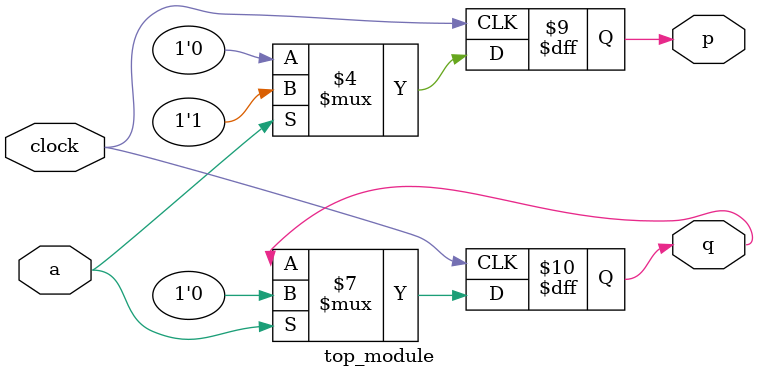
<source format=sv>
module top_module (
  input clock,
  input a,
  output reg p,
  output reg q
);

always @(posedge clock) begin
  // Implement the circuit behavior based on the given waveforms
  if (a == 1'b1) begin
    p <= 1'b1;
    q <= 1'b0;
  end else begin
    p <= 1'b0;
  end
end

endmodule

</source>
